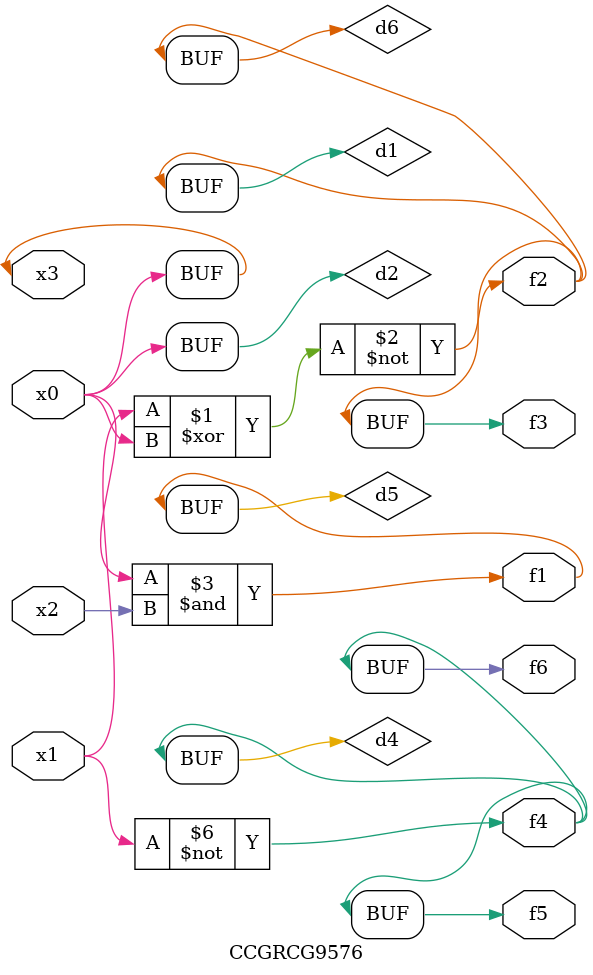
<source format=v>
module CCGRCG9576(
	input x0, x1, x2, x3,
	output f1, f2, f3, f4, f5, f6
);

	wire d1, d2, d3, d4, d5, d6;

	xnor (d1, x1, x3);
	buf (d2, x0, x3);
	nand (d3, x0, x2);
	not (d4, x1);
	nand (d5, d3);
	or (d6, d1);
	assign f1 = d5;
	assign f2 = d6;
	assign f3 = d6;
	assign f4 = d4;
	assign f5 = d4;
	assign f6 = d4;
endmodule

</source>
